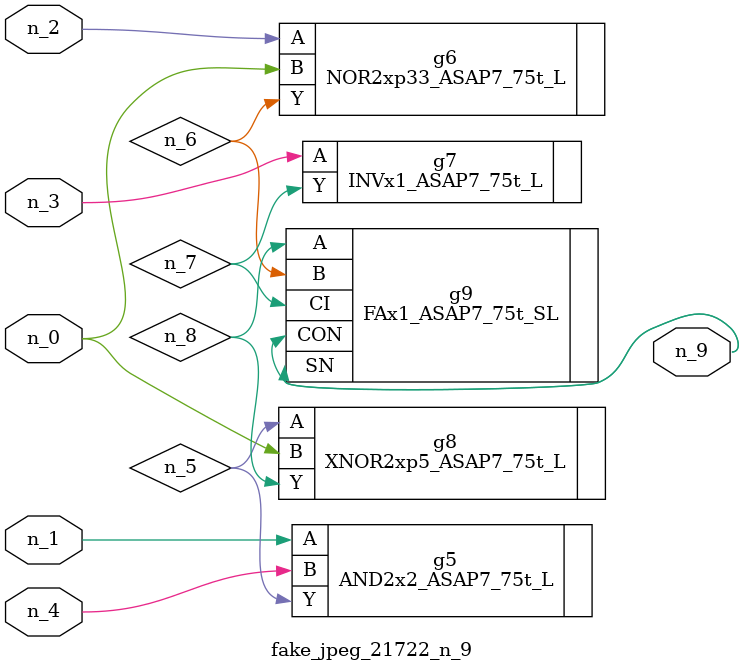
<source format=v>
module fake_jpeg_21722_n_9 (n_3, n_2, n_1, n_0, n_4, n_9);

input n_3;
input n_2;
input n_1;
input n_0;
input n_4;

output n_9;

wire n_8;
wire n_6;
wire n_5;
wire n_7;

AND2x2_ASAP7_75t_L g5 ( 
.A(n_1),
.B(n_4),
.Y(n_5)
);

NOR2xp33_ASAP7_75t_L g6 ( 
.A(n_2),
.B(n_0),
.Y(n_6)
);

INVx1_ASAP7_75t_L g7 ( 
.A(n_3),
.Y(n_7)
);

XNOR2xp5_ASAP7_75t_L g8 ( 
.A(n_5),
.B(n_0),
.Y(n_8)
);

FAx1_ASAP7_75t_SL g9 ( 
.A(n_8),
.B(n_6),
.CI(n_7),
.CON(n_9),
.SN(n_9)
);


endmodule
</source>
